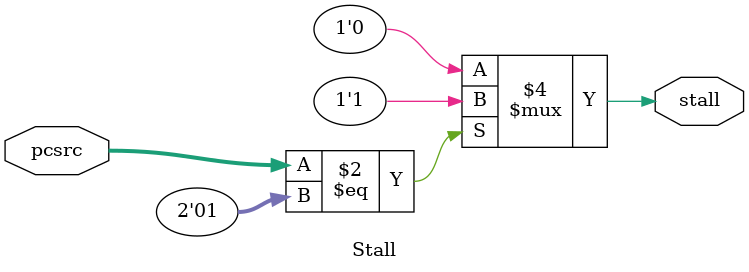
<source format=v>
module Stall(
    //input [31:0] inst,
    input [1:0]  pcsrc,
    output reg stall
);
    
    always @(*) begin//if branch or jump than stall 1 cycle.
        if(pcsrc == 2'b01)begin
                stall = 1'b1;
            end
        else begin
            stall = 1'b0;
        end
    end

endmodule

</source>
